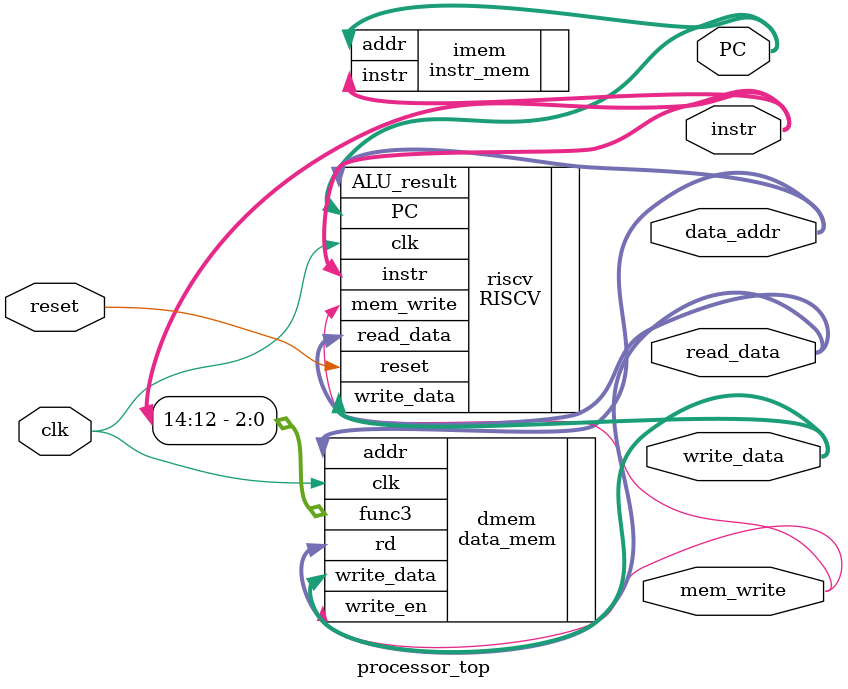
<source format=v>
`timescale 1ns / 1ps


module processor_top(
    input clk, reset,
    output [31:0] write_data, data_addr, PC, instr, read_data,
    output mem_write
);
    
    RISCV riscv( 
        .clk(clk), 
        .reset(reset),
        .read_data(read_data),
        .instr(instr),
        .PC(PC),
        .mem_write(mem_write),
        .ALU_result(data_addr), 
        .write_data(write_data)
    );
    
    instr_mem imem(
        .addr(PC), 
        .instr(instr)
    );
        
    data_mem dmem(
        .clk(clk),
        .func3(instr[14:12]),
        .write_en(mem_write),
        .addr(data_addr),
        .write_data(write_data),
        .rd(read_data)
    );
endmodule


</source>
